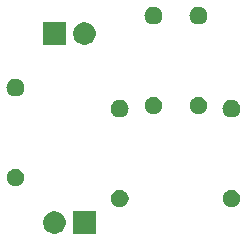
<source format=gbr>
G04 #@! TF.GenerationSoftware,KiCad,Pcbnew,5.1.4+dfsg1-1~bpo10+1*
G04 #@! TF.CreationDate,2022-08-06T21:23:58+05:30*
G04 #@! TF.ProjectId,esp2s,65737032-732e-46b6-9963-61645f706362,rev?*
G04 #@! TF.SameCoordinates,Original*
G04 #@! TF.FileFunction,Soldermask,Bot*
G04 #@! TF.FilePolarity,Negative*
%FSLAX46Y46*%
G04 Gerber Fmt 4.6, Leading zero omitted, Abs format (unit mm)*
G04 Created by KiCad (PCBNEW 5.1.4+dfsg1-1~bpo10+1) date 2022-08-06 21:23:58*
%MOMM*%
%LPD*%
G04 APERTURE LIST*
%ADD10C,0.100000*%
G04 APERTURE END LIST*
D10*
G36*
X78763395Y-61823546D02*
G01*
X78936466Y-61895234D01*
X78936467Y-61895235D01*
X79092227Y-61999310D01*
X79224690Y-62131773D01*
X79224691Y-62131775D01*
X79328766Y-62287534D01*
X79400454Y-62460605D01*
X79437000Y-62644333D01*
X79437000Y-62831667D01*
X79400454Y-63015395D01*
X79328766Y-63188466D01*
X79328765Y-63188467D01*
X79224690Y-63344227D01*
X79092227Y-63476690D01*
X79013818Y-63529081D01*
X78936466Y-63580766D01*
X78763395Y-63652454D01*
X78579667Y-63689000D01*
X78392333Y-63689000D01*
X78208605Y-63652454D01*
X78035534Y-63580766D01*
X77958182Y-63529081D01*
X77879773Y-63476690D01*
X77747310Y-63344227D01*
X77643235Y-63188467D01*
X77643234Y-63188466D01*
X77571546Y-63015395D01*
X77535000Y-62831667D01*
X77535000Y-62644333D01*
X77571546Y-62460605D01*
X77643234Y-62287534D01*
X77747309Y-62131775D01*
X77747310Y-62131773D01*
X77879773Y-61999310D01*
X78035533Y-61895235D01*
X78035534Y-61895234D01*
X78208605Y-61823546D01*
X78392333Y-61787000D01*
X78579667Y-61787000D01*
X78763395Y-61823546D01*
X78763395Y-61823546D01*
G37*
G36*
X81977000Y-63689000D02*
G01*
X80075000Y-63689000D01*
X80075000Y-61787000D01*
X81977000Y-61787000D01*
X81977000Y-63689000D01*
X81977000Y-63689000D01*
G37*
G36*
X93691059Y-59983860D02*
G01*
X93827732Y-60040472D01*
X93950735Y-60122660D01*
X94055340Y-60227265D01*
X94137528Y-60350268D01*
X94194140Y-60486941D01*
X94223000Y-60632033D01*
X94223000Y-60779967D01*
X94194140Y-60925059D01*
X94137528Y-61061732D01*
X94055340Y-61184735D01*
X93950735Y-61289340D01*
X93827732Y-61371528D01*
X93827731Y-61371529D01*
X93827730Y-61371529D01*
X93691059Y-61428140D01*
X93545968Y-61457000D01*
X93398032Y-61457000D01*
X93252941Y-61428140D01*
X93116270Y-61371529D01*
X93116269Y-61371529D01*
X93116268Y-61371528D01*
X92993265Y-61289340D01*
X92888660Y-61184735D01*
X92806472Y-61061732D01*
X92749860Y-60925059D01*
X92721000Y-60779967D01*
X92721000Y-60632033D01*
X92749860Y-60486941D01*
X92806472Y-60350268D01*
X92888660Y-60227265D01*
X92993265Y-60122660D01*
X93116268Y-60040472D01*
X93252941Y-59983860D01*
X93398032Y-59955000D01*
X93545968Y-59955000D01*
X93691059Y-59983860D01*
X93691059Y-59983860D01*
G37*
G36*
X84229559Y-59983860D02*
G01*
X84366232Y-60040472D01*
X84489235Y-60122660D01*
X84593840Y-60227265D01*
X84676028Y-60350268D01*
X84732640Y-60486941D01*
X84761500Y-60632033D01*
X84761500Y-60779967D01*
X84732640Y-60925059D01*
X84676028Y-61061732D01*
X84593840Y-61184735D01*
X84489235Y-61289340D01*
X84366232Y-61371528D01*
X84366231Y-61371529D01*
X84366230Y-61371529D01*
X84229559Y-61428140D01*
X84084468Y-61457000D01*
X83936532Y-61457000D01*
X83791441Y-61428140D01*
X83654770Y-61371529D01*
X83654769Y-61371529D01*
X83654768Y-61371528D01*
X83531765Y-61289340D01*
X83427160Y-61184735D01*
X83344972Y-61061732D01*
X83288360Y-60925059D01*
X83259500Y-60779967D01*
X83259500Y-60632033D01*
X83288360Y-60486941D01*
X83344972Y-60350268D01*
X83427160Y-60227265D01*
X83531765Y-60122660D01*
X83654768Y-60040472D01*
X83791441Y-59983860D01*
X83936532Y-59955000D01*
X84084468Y-59955000D01*
X84229559Y-59983860D01*
X84229559Y-59983860D01*
G37*
G36*
X75403059Y-58205860D02*
G01*
X75539732Y-58262472D01*
X75662735Y-58344660D01*
X75767340Y-58449265D01*
X75849528Y-58572268D01*
X75906140Y-58708941D01*
X75935000Y-58854033D01*
X75935000Y-59001967D01*
X75906140Y-59147059D01*
X75849528Y-59283732D01*
X75767340Y-59406735D01*
X75662735Y-59511340D01*
X75539732Y-59593528D01*
X75539731Y-59593529D01*
X75539730Y-59593529D01*
X75403059Y-59650140D01*
X75257968Y-59679000D01*
X75110032Y-59679000D01*
X74964941Y-59650140D01*
X74828270Y-59593529D01*
X74828269Y-59593529D01*
X74828268Y-59593528D01*
X74705265Y-59511340D01*
X74600660Y-59406735D01*
X74518472Y-59283732D01*
X74461860Y-59147059D01*
X74433000Y-59001967D01*
X74433000Y-58854033D01*
X74461860Y-58708941D01*
X74518472Y-58572268D01*
X74600660Y-58449265D01*
X74705265Y-58344660D01*
X74828268Y-58262472D01*
X74964941Y-58205860D01*
X75110032Y-58177000D01*
X75257968Y-58177000D01*
X75403059Y-58205860D01*
X75403059Y-58205860D01*
G37*
G36*
X93545665Y-52338622D02*
G01*
X93619222Y-52345867D01*
X93760786Y-52388810D01*
X93891252Y-52458546D01*
X93912846Y-52476268D01*
X94005607Y-52552393D01*
X94055296Y-52612941D01*
X94099454Y-52666748D01*
X94169190Y-52797214D01*
X94212133Y-52938778D01*
X94226633Y-53086000D01*
X94212133Y-53233222D01*
X94169190Y-53374786D01*
X94099454Y-53505252D01*
X94075008Y-53535040D01*
X94005607Y-53619607D01*
X93921040Y-53689008D01*
X93891252Y-53713454D01*
X93760786Y-53783190D01*
X93619222Y-53826133D01*
X93545665Y-53833378D01*
X93508888Y-53837000D01*
X93435112Y-53837000D01*
X93398335Y-53833378D01*
X93324778Y-53826133D01*
X93183214Y-53783190D01*
X93052748Y-53713454D01*
X93022960Y-53689008D01*
X92938393Y-53619607D01*
X92868992Y-53535040D01*
X92844546Y-53505252D01*
X92774810Y-53374786D01*
X92731867Y-53233222D01*
X92717367Y-53086000D01*
X92731867Y-52938778D01*
X92774810Y-52797214D01*
X92844546Y-52666748D01*
X92888704Y-52612941D01*
X92938393Y-52552393D01*
X93031154Y-52476268D01*
X93052748Y-52458546D01*
X93183214Y-52388810D01*
X93324778Y-52345867D01*
X93398335Y-52338622D01*
X93435112Y-52335000D01*
X93508888Y-52335000D01*
X93545665Y-52338622D01*
X93545665Y-52338622D01*
G37*
G36*
X84084165Y-52338622D02*
G01*
X84157722Y-52345867D01*
X84299286Y-52388810D01*
X84429752Y-52458546D01*
X84451346Y-52476268D01*
X84544107Y-52552393D01*
X84593796Y-52612941D01*
X84637954Y-52666748D01*
X84707690Y-52797214D01*
X84750633Y-52938778D01*
X84765133Y-53086000D01*
X84750633Y-53233222D01*
X84707690Y-53374786D01*
X84637954Y-53505252D01*
X84613508Y-53535040D01*
X84544107Y-53619607D01*
X84459540Y-53689008D01*
X84429752Y-53713454D01*
X84299286Y-53783190D01*
X84157722Y-53826133D01*
X84084165Y-53833378D01*
X84047388Y-53837000D01*
X83973612Y-53837000D01*
X83936835Y-53833378D01*
X83863278Y-53826133D01*
X83721714Y-53783190D01*
X83591248Y-53713454D01*
X83561460Y-53689008D01*
X83476893Y-53619607D01*
X83407492Y-53535040D01*
X83383046Y-53505252D01*
X83313310Y-53374786D01*
X83270367Y-53233222D01*
X83255867Y-53086000D01*
X83270367Y-52938778D01*
X83313310Y-52797214D01*
X83383046Y-52666748D01*
X83427204Y-52612941D01*
X83476893Y-52552393D01*
X83569654Y-52476268D01*
X83591248Y-52458546D01*
X83721714Y-52388810D01*
X83863278Y-52345867D01*
X83936835Y-52338622D01*
X83973612Y-52335000D01*
X84047388Y-52335000D01*
X84084165Y-52338622D01*
X84084165Y-52338622D01*
G37*
G36*
X87087059Y-52109860D02*
G01*
X87223732Y-52166472D01*
X87346735Y-52248660D01*
X87451340Y-52353265D01*
X87533528Y-52476268D01*
X87590140Y-52612941D01*
X87619000Y-52758033D01*
X87619000Y-52905967D01*
X87590140Y-53051059D01*
X87533528Y-53187732D01*
X87451340Y-53310735D01*
X87346735Y-53415340D01*
X87223732Y-53497528D01*
X87223731Y-53497529D01*
X87223730Y-53497529D01*
X87087059Y-53554140D01*
X86941968Y-53583000D01*
X86794032Y-53583000D01*
X86648941Y-53554140D01*
X86512270Y-53497529D01*
X86512269Y-53497529D01*
X86512268Y-53497528D01*
X86389265Y-53415340D01*
X86284660Y-53310735D01*
X86202472Y-53187732D01*
X86145860Y-53051059D01*
X86117000Y-52905967D01*
X86117000Y-52758033D01*
X86145860Y-52612941D01*
X86202472Y-52476268D01*
X86284660Y-52353265D01*
X86389265Y-52248660D01*
X86512268Y-52166472D01*
X86648941Y-52109860D01*
X86794032Y-52081000D01*
X86941968Y-52081000D01*
X87087059Y-52109860D01*
X87087059Y-52109860D01*
G37*
G36*
X90897059Y-52109860D02*
G01*
X91033732Y-52166472D01*
X91156735Y-52248660D01*
X91261340Y-52353265D01*
X91343528Y-52476268D01*
X91400140Y-52612941D01*
X91429000Y-52758033D01*
X91429000Y-52905967D01*
X91400140Y-53051059D01*
X91343528Y-53187732D01*
X91261340Y-53310735D01*
X91156735Y-53415340D01*
X91033732Y-53497528D01*
X91033731Y-53497529D01*
X91033730Y-53497529D01*
X90897059Y-53554140D01*
X90751968Y-53583000D01*
X90604032Y-53583000D01*
X90458941Y-53554140D01*
X90322270Y-53497529D01*
X90322269Y-53497529D01*
X90322268Y-53497528D01*
X90199265Y-53415340D01*
X90094660Y-53310735D01*
X90012472Y-53187732D01*
X89955860Y-53051059D01*
X89927000Y-52905967D01*
X89927000Y-52758033D01*
X89955860Y-52612941D01*
X90012472Y-52476268D01*
X90094660Y-52353265D01*
X90199265Y-52248660D01*
X90322268Y-52166472D01*
X90458941Y-52109860D01*
X90604032Y-52081000D01*
X90751968Y-52081000D01*
X90897059Y-52109860D01*
X90897059Y-52109860D01*
G37*
G36*
X75257665Y-50560622D02*
G01*
X75331222Y-50567867D01*
X75472786Y-50610810D01*
X75603252Y-50680546D01*
X75633040Y-50704992D01*
X75717607Y-50774393D01*
X75787008Y-50858960D01*
X75811454Y-50888748D01*
X75881190Y-51019214D01*
X75924133Y-51160778D01*
X75938633Y-51308000D01*
X75924133Y-51455222D01*
X75881190Y-51596786D01*
X75811454Y-51727252D01*
X75787008Y-51757040D01*
X75717607Y-51841607D01*
X75633040Y-51911008D01*
X75603252Y-51935454D01*
X75472786Y-52005190D01*
X75331222Y-52048133D01*
X75257665Y-52055378D01*
X75220888Y-52059000D01*
X75147112Y-52059000D01*
X75110335Y-52055378D01*
X75036778Y-52048133D01*
X74895214Y-52005190D01*
X74764748Y-51935454D01*
X74734960Y-51911008D01*
X74650393Y-51841607D01*
X74580992Y-51757040D01*
X74556546Y-51727252D01*
X74486810Y-51596786D01*
X74443867Y-51455222D01*
X74429367Y-51308000D01*
X74443867Y-51160778D01*
X74486810Y-51019214D01*
X74556546Y-50888748D01*
X74580992Y-50858960D01*
X74650393Y-50774393D01*
X74734960Y-50704992D01*
X74764748Y-50680546D01*
X74895214Y-50610810D01*
X75036778Y-50567867D01*
X75110335Y-50560622D01*
X75147112Y-50557000D01*
X75220888Y-50557000D01*
X75257665Y-50560622D01*
X75257665Y-50560622D01*
G37*
G36*
X81303395Y-45821546D02*
G01*
X81476466Y-45893234D01*
X81553818Y-45944919D01*
X81632227Y-45997310D01*
X81764690Y-46129773D01*
X81764691Y-46129775D01*
X81868766Y-46285534D01*
X81940454Y-46458605D01*
X81977000Y-46642333D01*
X81977000Y-46829667D01*
X81940454Y-47013395D01*
X81868766Y-47186466D01*
X81868765Y-47186467D01*
X81764690Y-47342227D01*
X81632227Y-47474690D01*
X81553818Y-47527081D01*
X81476466Y-47578766D01*
X81303395Y-47650454D01*
X81119667Y-47687000D01*
X80932333Y-47687000D01*
X80748605Y-47650454D01*
X80575534Y-47578766D01*
X80498182Y-47527081D01*
X80419773Y-47474690D01*
X80287310Y-47342227D01*
X80183235Y-47186467D01*
X80183234Y-47186466D01*
X80111546Y-47013395D01*
X80075000Y-46829667D01*
X80075000Y-46642333D01*
X80111546Y-46458605D01*
X80183234Y-46285534D01*
X80287309Y-46129775D01*
X80287310Y-46129773D01*
X80419773Y-45997310D01*
X80498182Y-45944919D01*
X80575534Y-45893234D01*
X80748605Y-45821546D01*
X80932333Y-45785000D01*
X81119667Y-45785000D01*
X81303395Y-45821546D01*
X81303395Y-45821546D01*
G37*
G36*
X79437000Y-47687000D02*
G01*
X77535000Y-47687000D01*
X77535000Y-45785000D01*
X79437000Y-45785000D01*
X79437000Y-47687000D01*
X79437000Y-47687000D01*
G37*
G36*
X90751665Y-44464622D02*
G01*
X90825222Y-44471867D01*
X90966786Y-44514810D01*
X91097252Y-44584546D01*
X91127040Y-44608992D01*
X91211607Y-44678393D01*
X91281008Y-44762960D01*
X91305454Y-44792748D01*
X91375190Y-44923214D01*
X91418133Y-45064778D01*
X91432633Y-45212000D01*
X91418133Y-45359222D01*
X91375190Y-45500786D01*
X91305454Y-45631252D01*
X91281008Y-45661040D01*
X91211607Y-45745607D01*
X91127040Y-45815008D01*
X91097252Y-45839454D01*
X90966786Y-45909190D01*
X90825222Y-45952133D01*
X90751665Y-45959378D01*
X90714888Y-45963000D01*
X90641112Y-45963000D01*
X90604335Y-45959378D01*
X90530778Y-45952133D01*
X90389214Y-45909190D01*
X90258748Y-45839454D01*
X90228960Y-45815008D01*
X90144393Y-45745607D01*
X90074992Y-45661040D01*
X90050546Y-45631252D01*
X89980810Y-45500786D01*
X89937867Y-45359222D01*
X89923367Y-45212000D01*
X89937867Y-45064778D01*
X89980810Y-44923214D01*
X90050546Y-44792748D01*
X90074992Y-44762960D01*
X90144393Y-44678393D01*
X90228960Y-44608992D01*
X90258748Y-44584546D01*
X90389214Y-44514810D01*
X90530778Y-44471867D01*
X90604335Y-44464622D01*
X90641112Y-44461000D01*
X90714888Y-44461000D01*
X90751665Y-44464622D01*
X90751665Y-44464622D01*
G37*
G36*
X86941665Y-44464622D02*
G01*
X87015222Y-44471867D01*
X87156786Y-44514810D01*
X87287252Y-44584546D01*
X87317040Y-44608992D01*
X87401607Y-44678393D01*
X87471008Y-44762960D01*
X87495454Y-44792748D01*
X87565190Y-44923214D01*
X87608133Y-45064778D01*
X87622633Y-45212000D01*
X87608133Y-45359222D01*
X87565190Y-45500786D01*
X87495454Y-45631252D01*
X87471008Y-45661040D01*
X87401607Y-45745607D01*
X87317040Y-45815008D01*
X87287252Y-45839454D01*
X87156786Y-45909190D01*
X87015222Y-45952133D01*
X86941665Y-45959378D01*
X86904888Y-45963000D01*
X86831112Y-45963000D01*
X86794335Y-45959378D01*
X86720778Y-45952133D01*
X86579214Y-45909190D01*
X86448748Y-45839454D01*
X86418960Y-45815008D01*
X86334393Y-45745607D01*
X86264992Y-45661040D01*
X86240546Y-45631252D01*
X86170810Y-45500786D01*
X86127867Y-45359222D01*
X86113367Y-45212000D01*
X86127867Y-45064778D01*
X86170810Y-44923214D01*
X86240546Y-44792748D01*
X86264992Y-44762960D01*
X86334393Y-44678393D01*
X86418960Y-44608992D01*
X86448748Y-44584546D01*
X86579214Y-44514810D01*
X86720778Y-44471867D01*
X86794335Y-44464622D01*
X86831112Y-44461000D01*
X86904888Y-44461000D01*
X86941665Y-44464622D01*
X86941665Y-44464622D01*
G37*
M02*

</source>
